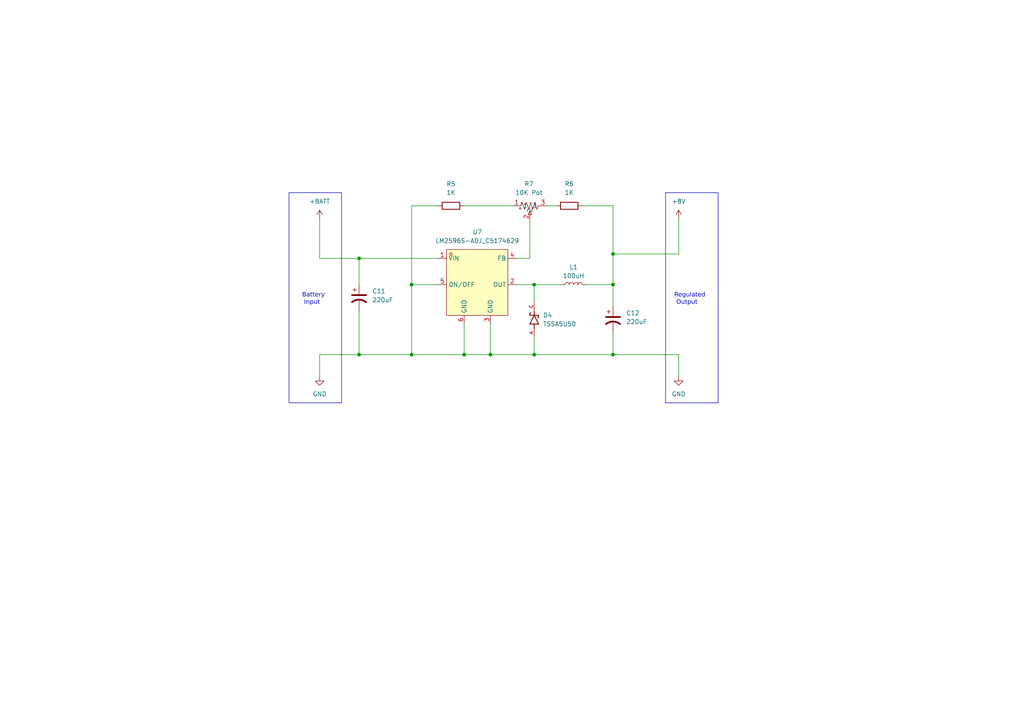
<source format=kicad_sch>
(kicad_sch (version 20230121) (generator eeschema)
  (paper "A4")
  (lib_symbols
    (symbol "Device:C_Polarized_US" (pin_numbers hide) (pin_names (offset 0.254) hide)
      (property "Reference" "C" (at 0.635 2.54 0))
      (property "Value" "C_Polarized_US" (at 0.635 -2.54 0))
      (symbol "C_Polarized_US_0_1"
        (polyline (pts (xy -2.032 0.762) (xy 2.032 0.762)) (stroke (width 0.508)))
        (polyline (pts (xy -1.778 2.286) (xy -0.762 2.286)))
        (polyline (pts (xy -1.27 1.778) (xy -1.27 2.794)))
        (arc (start 2.032 -1.27) (mid 0 -0.5572) (end -2.032 -1.27) (stroke (width 0.508)))
      )
      (symbol "C_Polarized_US_1_1"
        (pin passive line (at 0 3.81 270) (length 2.794) (name "~") (number "1"))
        (pin passive line (at 0 -3.81 90) (length 3.302) (name "~") (number "2"))
      )
    )
    (symbol "Device:L" (pin_numbers hide) (pin_names (offset 1.016) hide)
      (property "Reference" "L" (at -1.27 0 90))
      (property "Value" "L" (at 1.905 0 90))
      (symbol "L_0_1"
        (arc (start 0 -2.54) (mid 0.6323 -1.905) (end 0 -1.27))
        (arc (start 0 -1.27) (mid 0.6323 -0.635) (end 0 0))
        (arc (start 0 0) (mid 0.6323 0.635) (end 0 1.27))
        (arc (start 0 1.27) (mid 0.6323 1.905) (end 0 2.54))
      )
      (symbol "L_1_1"
        (pin passive line (at 0 3.81 270) (length 1.27) (name "1") (number "1"))
        (pin passive line (at 0 -3.81 90) (length 1.27) (name "2") (number "2"))
      )
    )
    (symbol "Device:R" (pin_numbers hide) (pin_names (offset 0))
      (property "Reference" "R" (at 2.032 0 90))
      (property "Value" "R" (at 0 0 90))
      (symbol "R_0_1"
        (rectangle (start -1.016 -2.54) (end 1.016 2.54) (stroke (width 0.254)))
      )
      (symbol "R_1_1"
        (pin passive line (at 0 3.81 270) (length 1.27) (name "~") (number "1"))
        (pin passive line (at 0 -3.81 90) (length 1.27) (name "~") (number "2"))
      )
    )
    (symbol "Snap_EDA:TSSA5U50" (pin_names (offset 1.016))
      (property "Reference" "D" (at -5.08 2.54 0))
      (property "Value" "TSSA5U50" (at -5.08 -3.81 0))
      (symbol "TSSA5U50_0_0"
        (polyline (pts (xy -2.54 0) (xy -1.27 0)) (stroke (width 0.254)))
        (polyline (pts (xy -1.27 -1.27) (xy 1.27 0)) (stroke (width 0.254)))
        (polyline (pts (xy -1.27 1.27) (xy -1.27 -1.27)) (stroke (width 0.254)))
        (polyline (pts (xy 0.635 -1.016) (xy 0.635 -1.27)) (stroke (width 0.254)))
        (polyline (pts (xy 1.27 -1.27) (xy 0.635 -1.27)) (stroke (width 0.254)))
        (polyline (pts (xy 1.27 0) (xy -1.27 1.27)) (stroke (width 0.254)))
        (polyline (pts (xy 1.27 1.27) (xy 1.27 -1.27)) (stroke (width 0.254)))
        (polyline (pts (xy 1.905 1.27) (xy 1.27 1.27)) (stroke (width 0.254)))
        (polyline (pts (xy 1.905 1.27) (xy 1.905 1.016)) (stroke (width 0.254)))
        (polyline (pts (xy 2.54 0) (xy 1.27 0)) (stroke (width 0.254)))
        (pin passive line (at -5.08 0 0) (length 2.54) (name "~") (number "A"))
        (pin passive line (at 5.08 0 180) (length 2.54) (name "~") (number "C"))
      )
    )
    (symbol "easyeda2kicad:3296W-1-103"
      (property "Reference" "R" (at 0 8.89 0))
      (property "Value" "3296W-1-103" (at 0 -5.08 0))
      (symbol "3296W-1-103_0_1"
        (polyline (pts (xy -2.54 0) (xy -2.03 1.02)))
        (polyline (pts (xy -2.03 1.02) (xy -1.52 -1.02)))
        (polyline (pts (xy -1.52 -1.02) (xy -0.76 1.02)))
        (polyline (pts (xy -0.76 1.02) (xy -0.25 -1.02)))
        (polyline (pts (xy -0.25 -1.02) (xy 0.25 1.02)))
        (polyline (pts (xy 0 2.54) (xy 0 1.52)))
        (polyline (pts (xy 0.25 1.02) (xy 1.02 -1.02)))
        (polyline (pts (xy 1.02 -1.02) (xy 1.52 1.02)))
        (polyline (pts (xy 1.52 1.02) (xy 2.29 -1.02)))
        (polyline (pts (xy 2.29 -1.02) (xy 2.54 0)))
        (polyline (pts (xy -0.51 2.54) (xy 0 1.52) (xy 0.51 2.54) (xy -0.51 2.54)) (fill (type background)))
        (circle (center 2.79 0.76) (radius 0.25))
        (pin unspecified line (at 5.08 0 180) (length 2.54) (name "1") (number "1"))
        (pin unspecified line (at 0 3.81 270) (length 1.27) (name "2") (number "2"))
        (pin unspecified line (at -5.08 0 0) (length 2.54) (name "3") (number "3"))
      )
    )
    (symbol "easyeda2kicad:LM2596S-ADJ_C5174629"
      (property "Reference" "U" (at 0 13.97 0))
      (property "Value" "LM2596S-ADJ_C5174629" (at 0 -15.24 0))
      (symbol "LM2596S-ADJ_C5174629_0_1"
        (rectangle (start -8.89 11.43) (end 8.89 -7.62) (fill (type background)))
        (circle (center -7.62 10.16) (radius 0.38))
        (pin unspecified line (at -11.43 8.89 0) (length 2.54) (name "VIN") (number "1"))
        (pin unspecified line (at 11.43 1.27 180) (length 2.54) (name "OUT") (number "2"))
        (pin unspecified line (at 3.81 -10.16 90) (length 2.54) (name "GND") (number "3"))
        (pin unspecified line (at 11.43 8.89 180) (length 2.54) (name "FB") (number "4"))
        (pin unspecified line (at -11.43 1.27 0) (length 2.54) (name "ON/OFF") (number "5"))
        (pin unspecified line (at -3.81 -10.16 90) (length 2.54) (name "GND") (number "6"))
      )
    )
    (symbol "power:+8V" (power) (pin_names (offset 0))
      (property "Value" "+8V" (at 0 3.556 0))
      (symbol "+8V_0_1"
        (polyline (pts (xy -0.762 1.27) (xy 0 2.54)))
        (polyline (pts (xy 0 0) (xy 0 2.54)))
        (polyline (pts (xy 0 2.54) (xy 0.762 1.27)))
      )
      (symbol "+8V_1_1"
        (pin power_in line (at 0 0 90) (length 0) hide (name "+8V") (number "1"))
      )
    )
    (symbol "power:+BATT" (power) (pin_names (offset 0))
      (property "Value" "+BATT" (at 0 3.556 0))
      (symbol "+BATT_0_1"
        (polyline (pts (xy -0.762 1.27) (xy 0 2.54)))
        (polyline (pts (xy 0 0) (xy 0 2.54)))
        (polyline (pts (xy 0 2.54) (xy 0.762 1.27)))
      )
      (symbol "+BATT_1_1"
        (pin power_in line (at 0 0 90) (length 0) hide (name "+BATT") (number "1"))
      )
    )
    (symbol "power:GND" (power) (pin_names (offset 0))
      (property "Value" "GND" (at 0 -3.81 0))
      (symbol "GND_0_1"
        (polyline (pts (xy 0 0) (xy 0 -1.27) (xy 1.27 -1.27) (xy 0 -2.54) (xy -1.27 -1.27) (xy 0 -1.27)))
      )
      (symbol "GND_1_1"
        (pin power_in line (at 0 0 270) (length 0) hide (name "GND") (number "1"))
      )
    )
  )
  (junction (at 177.8 82.55))
  (junction (at 142.24 102.87))
  (junction (at 177.8 73.66))
  (junction (at 104.14 74.93))
  (junction (at 154.94 102.87))
  (junction (at 154.94 82.55))
  (junction (at 119.38 82.55))
  (junction (at 134.62 102.87))
  (junction (at 119.38 102.87))
  (junction (at 104.14 102.87))
  (junction (at 177.8 102.87))
  (wire (pts (xy 196.85 63.5) (xy 196.85 73.66)))
  (wire (pts (xy 158.75 59.69) (xy 161.29 59.69)))
  (wire (pts (xy 142.24 102.87) (xy 154.94 102.87)))
  (wire (pts (xy 92.71 74.93) (xy 104.14 74.93)))
  (wire (pts (xy 119.38 82.55) (xy 127 82.55)))
  (wire (pts (xy 168.91 59.69) (xy 177.8 59.69)))
  (wire (pts (xy 177.8 82.55) (xy 177.8 88.9)))
  (wire (pts (xy 177.8 102.87) (xy 196.85 102.87)))
  (wire (pts (xy 154.94 82.55) (xy 162.56 82.55)))
  (wire (pts (xy 153.67 63.5) (xy 153.67 74.93)))
  (wire (pts (xy 170.18 82.55) (xy 177.8 82.55)))
  (wire (pts (xy 142.24 93.98) (xy 142.24 102.87)))
  (wire (pts (xy 119.38 59.69) (xy 119.38 82.55)))
  (wire (pts (xy 104.14 74.93) (xy 104.14 82.55)))
  (wire (pts (xy 92.71 63.5) (xy 92.71 74.93)))
  (wire (pts (xy 104.14 90.17) (xy 104.14 102.87)))
  (wire (pts (xy 177.8 59.69) (xy 177.8 73.66)))
  (wire (pts (xy 119.38 82.55) (xy 119.38 102.87)))
  (wire (pts (xy 92.71 102.87) (xy 104.14 102.87)))
  (wire (pts (xy 104.14 102.87) (xy 119.38 102.87)))
  (wire (pts (xy 154.94 82.55) (xy 154.94 87.63)))
  (wire (pts (xy 134.62 59.69) (xy 148.59 59.69)))
  (wire (pts (xy 177.8 73.66) (xy 177.8 82.55)))
  (wire (pts (xy 134.62 93.98) (xy 134.62 102.87)))
  (wire (pts (xy 196.85 109.22) (xy 196.85 102.87)))
  (wire (pts (xy 153.67 74.93) (xy 149.86 74.93)))
  (wire (pts (xy 104.14 74.93) (xy 127 74.93)))
  (wire (pts (xy 177.8 73.66) (xy 196.85 73.66)))
  (wire (pts (xy 177.8 96.52) (xy 177.8 102.87)))
  (wire (pts (xy 92.71 102.87) (xy 92.71 109.22)))
  (wire (pts (xy 134.62 102.87) (xy 142.24 102.87)))
  (wire (pts (xy 154.94 102.87) (xy 177.8 102.87)))
  (wire (pts (xy 119.38 102.87) (xy 134.62 102.87)))
  (wire (pts (xy 127 59.69) (xy 119.38 59.69)))
  (wire (pts (xy 154.94 97.79) (xy 154.94 102.87)))
  (wire (pts (xy 149.86 82.55) (xy 154.94 82.55)))
  (rectangle (start 83.82 55.88) (end 99.06 116.84))
  (rectangle (start 193.04 55.88) (end 208.28 116.84))
  (text "Regulated\n Output" (at 195.58 88.9 0) (effects (font (size 1.27 1.27)) (justify left bottom)))
  (text "Battery\n Input" (at 87.63 88.9 0) (effects (font (size 1.27 1.27)) (justify left bottom)))
  (symbol (lib_id "easyeda2kicad:3296W-1-103") (at 153.67 59.69 180) (unit 1)
    (property "Reference" "R7" (at 153.42 53.34 0))
    (property "Value" "10K Pot" (at 153.42 55.88 0))
    (property "Footprint" "easyeda2kicad:RES-ADJ-TH_3P-L10.0-W10.0-P2.50-L" (effects hide))
    (property "Datasheet" "https://lcsc.com/product-detail/Precision-Potentiometer_10KR_C118954.html" (effects hide))
    (property "LCSC Part" "C118954" (effects hide))
  )
  (symbol (lib_id "power:+8V") (at 196.85 63.5 0) (unit 1)
    (property "Reference" "#PWR046" (effects hide))
    (property "Value" "+8V" (at 196.85 58.42 0))
  )
  (symbol (lib_id "Device:C_Polarized_US") (at 104.14 86.36 0) (unit 1)
    (property "Reference" "C11" (at 107.95 84.455 0) (effects (justify left)))
    (property "Value" "220uF" (at 107.95 86.995 0) (effects (justify left)))
    (property "Footprint" "easyeda2kicad:CAP-SMD_BD10.0-L10.3-W10.3-LS11.3-FD" (effects hide))
  )
  (symbol (lib_id "Device:L") (at 166.37 82.55 90) (unit 1)
    (property "Reference" "L1" (at 166.37 77.47 90))
    (property "Value" "100uH" (at 166.37 80.01 90))
    (property "Footprint" "Snap_EDA:IND_BOURNS_SRR1210" (effects hide))
  )
  (symbol (lib_id "power:GND") (at 92.71 109.22 0) (unit 1)
    (property "Reference" "#PWR052" (effects hide))
    (property "Value" "GND" (at 92.71 114.3 0))
  )
  (symbol (lib_id "Snap_EDA:TSSA5U50") (at 154.94 92.71 90) (unit 1)
    (property "Reference" "D4" (at 157.48 91.44 90) (effects (justify right)))
    (property "Value" "TSSA5U50" (at 157.48 93.98 90) (effects (justify right)))
    (property "Footprint" "Snap_EDA:DIOM4325X250N" (effects hide))
    (property "PARTREV" "O2102" (effects hide))
    (property "STANDARD" "IPC-7351B" (effects hide))
    (property "MAXIMUM_PACKAGE_HEIGHT" "2.5 mm" (effects hide))
    (property "MANUFACTURER" "Taiwan Semiconductor" (effects hide))
  )
  (symbol (lib_id "power:GND") (at 196.85 109.22 0) (unit 1)
    (property "Reference" "#PWR047" (effects hide))
    (property "Value" "GND" (at 196.85 114.3 0))
  )
  (symbol (lib_id "Device:R") (at 165.1 59.69 90) (unit 1)
    (property "Reference" "R6" (at 165.1 53.34 90))
    (property "Value" "1K" (at 165.1 55.88 90))
    (property "Footprint" "Resistor_SMD:R_0805_2012Metric" (effects hide))
  )
  (symbol (lib_id "power:+BATT") (at 92.71 63.5 0) (unit 1)
    (property "Reference" "#PWR044" (effects hide))
    (property "Value" "+BATT" (at 92.71 58.42 0))
  )
  (symbol (lib_id "easyeda2kicad:LM2596S-ADJ_C5174629") (at 138.43 83.82 0) (unit 1)
    (property "Reference" "U7" (at 138.43 67.31 0))
    (property "Value" "LM2596S-ADJ_C5174629" (at 138.43 69.85 0))
    (property "Footprint" "easyeda2kicad:TO-263-5_L10.0-W8.4-P1.70-LS15.3-BR" (effects hide))
    (property "LCSC Part" "C5174629" (effects hide))
  )
  (symbol (lib_id "Device:C_Polarized_US") (at 177.8 92.71 0) (unit 1)
    (property "Reference" "C12" (at 181.61 90.805 0) (effects (justify left)))
    (property "Value" "220uF" (at 181.61 93.345 0) (effects (justify left)))
    (property "Footprint" "easyeda2kicad:CAP-SMD_BD10.0-L10.3-W10.3-LS11.3-FD" (effects hide))
  )
  (symbol (lib_id "Device:R") (at 130.81 59.69 90) (unit 1)
    (property "Reference" "R5" (at 130.81 53.34 90))
    (property "Value" "1K" (at 130.81 55.88 90))
    (property "Footprint" "Resistor_SMD:R_0805_2012Metric" (effects hide))
  )
)
</source>
